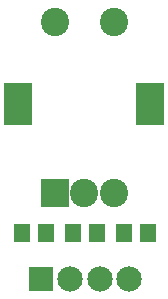
<source format=gbr>
G04 #@! TF.FileFunction,Soldermask,Top*
%FSLAX46Y46*%
G04 Gerber Fmt 4.6, Leading zero omitted, Abs format (unit mm)*
G04 Created by KiCad (PCBNEW 4.0.6) date Tue Sep 25 18:00:22 2018*
%MOMM*%
%LPD*%
G01*
G04 APERTURE LIST*
%ADD10C,0.100000*%
%ADD11C,2.400000*%
%ADD12R,2.400000X3.600000*%
%ADD13R,2.400000X2.400000*%
%ADD14R,1.400000X1.650000*%
%ADD15R,2.150000X2.150000*%
%ADD16C,2.150000*%
G04 APERTURE END LIST*
D10*
D11*
X158924000Y-96675800D03*
X153924000Y-96675800D03*
D12*
X162024000Y-103675800D03*
X150824000Y-103675800D03*
D11*
X158924000Y-111175800D03*
X156424000Y-111175800D03*
D13*
X153924000Y-111175800D03*
D14*
X161782000Y-114554000D03*
X159782000Y-114554000D03*
X157464000Y-114554000D03*
X155464000Y-114554000D03*
X153146000Y-114554000D03*
X151146000Y-114554000D03*
D15*
X152717500Y-118491000D03*
D16*
X155217500Y-118491000D03*
X157717500Y-118491000D03*
X160217500Y-118491000D03*
M02*

</source>
